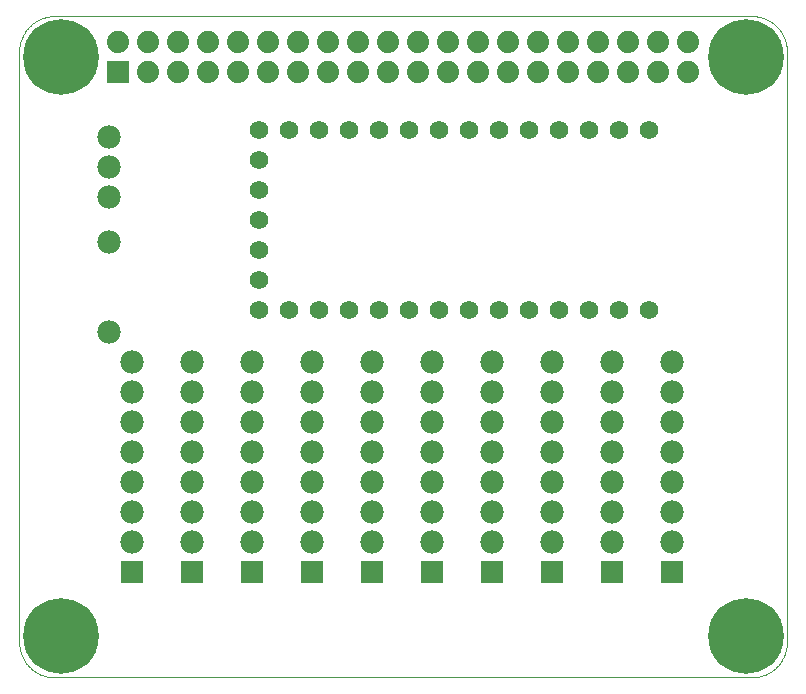
<source format=gts>
G75*
%MOIN*%
%OFA0B0*%
%FSLAX25Y25*%
%IPPOS*%
%LPD*%
%AMOC8*
5,1,8,0,0,1.08239X$1,22.5*
%
%ADD10C,0.06200*%
%ADD11R,0.07800X0.07800*%
%ADD12C,0.07800*%
%ADD13C,0.00000*%
%ADD14C,0.11227*%
%ADD15R,0.07400X0.07400*%
%ADD16C,0.07400*%
%ADD17C,0.25197*%
D10*
X0085000Y0127500D03*
X0085000Y0137500D03*
X0095000Y0127500D03*
X0105000Y0127500D03*
X0115000Y0127500D03*
X0125000Y0127500D03*
X0135000Y0127500D03*
X0145000Y0127500D03*
X0155000Y0127500D03*
X0165000Y0127500D03*
X0175000Y0127500D03*
X0185000Y0127500D03*
X0195000Y0127500D03*
X0205000Y0127500D03*
X0215000Y0127500D03*
X0215000Y0187500D03*
X0205000Y0187500D03*
X0195000Y0187500D03*
X0185000Y0187500D03*
X0175000Y0187500D03*
X0165000Y0187500D03*
X0155000Y0187500D03*
X0145000Y0187500D03*
X0135000Y0187500D03*
X0125000Y0187500D03*
X0115000Y0187500D03*
X0105000Y0187500D03*
X0095000Y0187500D03*
X0085000Y0187500D03*
X0085000Y0177500D03*
X0085000Y0167500D03*
X0085000Y0157500D03*
X0085000Y0147500D03*
D11*
X0082500Y0040000D03*
X0062500Y0040000D03*
X0042500Y0040000D03*
X0102500Y0040000D03*
X0122500Y0040000D03*
X0142500Y0040000D03*
X0162500Y0040000D03*
X0182500Y0040000D03*
X0202500Y0040000D03*
X0222500Y0040000D03*
D12*
X0222500Y0050000D03*
X0222500Y0060000D03*
X0222500Y0070000D03*
X0222500Y0080000D03*
X0222500Y0090000D03*
X0222500Y0100000D03*
X0222500Y0110000D03*
X0202500Y0110000D03*
X0202500Y0100000D03*
X0202500Y0090000D03*
X0202500Y0080000D03*
X0202500Y0070000D03*
X0202500Y0060000D03*
X0202500Y0050000D03*
X0182500Y0050000D03*
X0182500Y0060000D03*
X0182500Y0070000D03*
X0182500Y0080000D03*
X0182500Y0090000D03*
X0182500Y0100000D03*
X0182500Y0110000D03*
X0162500Y0110000D03*
X0162500Y0100000D03*
X0162500Y0090000D03*
X0162500Y0080000D03*
X0162500Y0070000D03*
X0162500Y0060000D03*
X0162500Y0050000D03*
X0142500Y0050000D03*
X0142500Y0060000D03*
X0142500Y0070000D03*
X0142500Y0080000D03*
X0142500Y0090000D03*
X0142500Y0100000D03*
X0142500Y0110000D03*
X0122500Y0110000D03*
X0122500Y0100000D03*
X0122500Y0090000D03*
X0122500Y0080000D03*
X0122500Y0070000D03*
X0122500Y0060000D03*
X0122500Y0050000D03*
X0102500Y0050000D03*
X0102500Y0060000D03*
X0102500Y0070000D03*
X0102500Y0080000D03*
X0102500Y0090000D03*
X0102500Y0100000D03*
X0102500Y0110000D03*
X0082500Y0110000D03*
X0082500Y0100000D03*
X0082500Y0090000D03*
X0082500Y0080000D03*
X0082500Y0070000D03*
X0082500Y0060000D03*
X0082500Y0050000D03*
X0062500Y0050000D03*
X0062500Y0060000D03*
X0062500Y0070000D03*
X0062500Y0080000D03*
X0062500Y0090000D03*
X0062500Y0100000D03*
X0062500Y0110000D03*
X0042500Y0110000D03*
X0042500Y0100000D03*
X0042500Y0090000D03*
X0042500Y0080000D03*
X0042500Y0070000D03*
X0042500Y0060000D03*
X0042500Y0050000D03*
X0035000Y0120000D03*
X0035000Y0150000D03*
X0035000Y0165000D03*
X0035000Y0175000D03*
X0035000Y0185000D03*
D13*
X0016811Y0005000D02*
X0249094Y0005000D01*
X0249379Y0005003D01*
X0249665Y0005014D01*
X0249950Y0005031D01*
X0250234Y0005055D01*
X0250518Y0005086D01*
X0250801Y0005124D01*
X0251082Y0005169D01*
X0251363Y0005220D01*
X0251643Y0005278D01*
X0251921Y0005343D01*
X0252197Y0005415D01*
X0252471Y0005493D01*
X0252744Y0005578D01*
X0253014Y0005670D01*
X0253282Y0005768D01*
X0253548Y0005872D01*
X0253811Y0005983D01*
X0254071Y0006100D01*
X0254329Y0006223D01*
X0254583Y0006353D01*
X0254834Y0006489D01*
X0255082Y0006630D01*
X0255326Y0006778D01*
X0255567Y0006931D01*
X0255803Y0007091D01*
X0256036Y0007256D01*
X0256265Y0007426D01*
X0256490Y0007602D01*
X0256710Y0007784D01*
X0256926Y0007970D01*
X0257137Y0008162D01*
X0257344Y0008359D01*
X0257546Y0008561D01*
X0257743Y0008768D01*
X0257935Y0008979D01*
X0258121Y0009195D01*
X0258303Y0009415D01*
X0258479Y0009640D01*
X0258649Y0009869D01*
X0258814Y0010102D01*
X0258974Y0010338D01*
X0259127Y0010579D01*
X0259275Y0010823D01*
X0259416Y0011071D01*
X0259552Y0011322D01*
X0259682Y0011576D01*
X0259805Y0011834D01*
X0259922Y0012094D01*
X0260033Y0012357D01*
X0260137Y0012623D01*
X0260235Y0012891D01*
X0260327Y0013161D01*
X0260412Y0013434D01*
X0260490Y0013708D01*
X0260562Y0013984D01*
X0260627Y0014262D01*
X0260685Y0014542D01*
X0260736Y0014823D01*
X0260781Y0015104D01*
X0260819Y0015387D01*
X0260850Y0015671D01*
X0260874Y0015955D01*
X0260891Y0016240D01*
X0260902Y0016526D01*
X0260905Y0016811D01*
X0260906Y0016811D02*
X0260906Y0213661D01*
X0260905Y0213661D02*
X0260902Y0213946D01*
X0260891Y0214232D01*
X0260874Y0214517D01*
X0260850Y0214801D01*
X0260819Y0215085D01*
X0260781Y0215368D01*
X0260736Y0215649D01*
X0260685Y0215930D01*
X0260627Y0216210D01*
X0260562Y0216488D01*
X0260490Y0216764D01*
X0260412Y0217038D01*
X0260327Y0217311D01*
X0260235Y0217581D01*
X0260137Y0217849D01*
X0260033Y0218115D01*
X0259922Y0218378D01*
X0259805Y0218638D01*
X0259682Y0218896D01*
X0259552Y0219150D01*
X0259416Y0219401D01*
X0259275Y0219649D01*
X0259127Y0219893D01*
X0258974Y0220134D01*
X0258814Y0220370D01*
X0258649Y0220603D01*
X0258479Y0220832D01*
X0258303Y0221057D01*
X0258121Y0221277D01*
X0257935Y0221493D01*
X0257743Y0221704D01*
X0257546Y0221911D01*
X0257344Y0222113D01*
X0257137Y0222310D01*
X0256926Y0222502D01*
X0256710Y0222688D01*
X0256490Y0222870D01*
X0256265Y0223046D01*
X0256036Y0223216D01*
X0255803Y0223381D01*
X0255567Y0223541D01*
X0255326Y0223694D01*
X0255082Y0223842D01*
X0254834Y0223983D01*
X0254583Y0224119D01*
X0254329Y0224249D01*
X0254071Y0224372D01*
X0253811Y0224489D01*
X0253548Y0224600D01*
X0253282Y0224704D01*
X0253014Y0224802D01*
X0252744Y0224894D01*
X0252471Y0224979D01*
X0252197Y0225057D01*
X0251921Y0225129D01*
X0251643Y0225194D01*
X0251363Y0225252D01*
X0251082Y0225303D01*
X0250801Y0225348D01*
X0250518Y0225386D01*
X0250234Y0225417D01*
X0249950Y0225441D01*
X0249665Y0225458D01*
X0249379Y0225469D01*
X0249094Y0225472D01*
X0016811Y0225472D01*
X0016526Y0225469D01*
X0016240Y0225458D01*
X0015955Y0225441D01*
X0015671Y0225417D01*
X0015387Y0225386D01*
X0015104Y0225348D01*
X0014823Y0225303D01*
X0014542Y0225252D01*
X0014262Y0225194D01*
X0013984Y0225129D01*
X0013708Y0225057D01*
X0013434Y0224979D01*
X0013161Y0224894D01*
X0012891Y0224802D01*
X0012623Y0224704D01*
X0012357Y0224600D01*
X0012094Y0224489D01*
X0011834Y0224372D01*
X0011576Y0224249D01*
X0011322Y0224119D01*
X0011071Y0223983D01*
X0010823Y0223842D01*
X0010579Y0223694D01*
X0010338Y0223541D01*
X0010102Y0223381D01*
X0009869Y0223216D01*
X0009640Y0223046D01*
X0009415Y0222870D01*
X0009195Y0222688D01*
X0008979Y0222502D01*
X0008768Y0222310D01*
X0008561Y0222113D01*
X0008359Y0221911D01*
X0008162Y0221704D01*
X0007970Y0221493D01*
X0007784Y0221277D01*
X0007602Y0221057D01*
X0007426Y0220832D01*
X0007256Y0220603D01*
X0007091Y0220370D01*
X0006931Y0220134D01*
X0006778Y0219893D01*
X0006630Y0219649D01*
X0006489Y0219401D01*
X0006353Y0219150D01*
X0006223Y0218896D01*
X0006100Y0218638D01*
X0005983Y0218378D01*
X0005872Y0218115D01*
X0005768Y0217849D01*
X0005670Y0217581D01*
X0005578Y0217311D01*
X0005493Y0217038D01*
X0005415Y0216764D01*
X0005343Y0216488D01*
X0005278Y0216210D01*
X0005220Y0215930D01*
X0005169Y0215649D01*
X0005124Y0215368D01*
X0005086Y0215085D01*
X0005055Y0214801D01*
X0005031Y0214517D01*
X0005014Y0214232D01*
X0005003Y0213946D01*
X0005000Y0213661D01*
X0005000Y0016811D01*
X0005003Y0016526D01*
X0005014Y0016240D01*
X0005031Y0015955D01*
X0005055Y0015671D01*
X0005086Y0015387D01*
X0005124Y0015104D01*
X0005169Y0014823D01*
X0005220Y0014542D01*
X0005278Y0014262D01*
X0005343Y0013984D01*
X0005415Y0013708D01*
X0005493Y0013434D01*
X0005578Y0013161D01*
X0005670Y0012891D01*
X0005768Y0012623D01*
X0005872Y0012357D01*
X0005983Y0012094D01*
X0006100Y0011834D01*
X0006223Y0011576D01*
X0006353Y0011322D01*
X0006489Y0011071D01*
X0006630Y0010823D01*
X0006778Y0010579D01*
X0006931Y0010338D01*
X0007091Y0010102D01*
X0007256Y0009869D01*
X0007426Y0009640D01*
X0007602Y0009415D01*
X0007784Y0009195D01*
X0007970Y0008979D01*
X0008162Y0008768D01*
X0008359Y0008561D01*
X0008561Y0008359D01*
X0008768Y0008162D01*
X0008979Y0007970D01*
X0009195Y0007784D01*
X0009415Y0007602D01*
X0009640Y0007426D01*
X0009869Y0007256D01*
X0010102Y0007091D01*
X0010338Y0006931D01*
X0010579Y0006778D01*
X0010823Y0006630D01*
X0011071Y0006489D01*
X0011322Y0006353D01*
X0011576Y0006223D01*
X0011834Y0006100D01*
X0012094Y0005983D01*
X0012357Y0005872D01*
X0012623Y0005768D01*
X0012891Y0005670D01*
X0013161Y0005578D01*
X0013434Y0005493D01*
X0013708Y0005415D01*
X0013984Y0005343D01*
X0014262Y0005278D01*
X0014542Y0005220D01*
X0014823Y0005169D01*
X0015104Y0005124D01*
X0015387Y0005086D01*
X0015671Y0005055D01*
X0015955Y0005031D01*
X0016240Y0005014D01*
X0016526Y0005003D01*
X0016811Y0005000D01*
X0013367Y0018780D02*
X0013369Y0018927D01*
X0013375Y0019073D01*
X0013385Y0019219D01*
X0013399Y0019365D01*
X0013417Y0019511D01*
X0013438Y0019656D01*
X0013464Y0019800D01*
X0013494Y0019944D01*
X0013527Y0020086D01*
X0013564Y0020228D01*
X0013605Y0020369D01*
X0013650Y0020508D01*
X0013699Y0020647D01*
X0013751Y0020784D01*
X0013808Y0020919D01*
X0013867Y0021053D01*
X0013931Y0021185D01*
X0013998Y0021315D01*
X0014068Y0021444D01*
X0014142Y0021571D01*
X0014219Y0021695D01*
X0014300Y0021818D01*
X0014384Y0021938D01*
X0014471Y0022056D01*
X0014561Y0022171D01*
X0014654Y0022284D01*
X0014751Y0022395D01*
X0014850Y0022503D01*
X0014952Y0022608D01*
X0015057Y0022710D01*
X0015165Y0022809D01*
X0015276Y0022906D01*
X0015389Y0022999D01*
X0015504Y0023089D01*
X0015622Y0023176D01*
X0015742Y0023260D01*
X0015865Y0023341D01*
X0015989Y0023418D01*
X0016116Y0023492D01*
X0016245Y0023562D01*
X0016375Y0023629D01*
X0016507Y0023693D01*
X0016641Y0023752D01*
X0016776Y0023809D01*
X0016913Y0023861D01*
X0017052Y0023910D01*
X0017191Y0023955D01*
X0017332Y0023996D01*
X0017474Y0024033D01*
X0017616Y0024066D01*
X0017760Y0024096D01*
X0017904Y0024122D01*
X0018049Y0024143D01*
X0018195Y0024161D01*
X0018341Y0024175D01*
X0018487Y0024185D01*
X0018633Y0024191D01*
X0018780Y0024193D01*
X0018927Y0024191D01*
X0019073Y0024185D01*
X0019219Y0024175D01*
X0019365Y0024161D01*
X0019511Y0024143D01*
X0019656Y0024122D01*
X0019800Y0024096D01*
X0019944Y0024066D01*
X0020086Y0024033D01*
X0020228Y0023996D01*
X0020369Y0023955D01*
X0020508Y0023910D01*
X0020647Y0023861D01*
X0020784Y0023809D01*
X0020919Y0023752D01*
X0021053Y0023693D01*
X0021185Y0023629D01*
X0021315Y0023562D01*
X0021444Y0023492D01*
X0021571Y0023418D01*
X0021695Y0023341D01*
X0021818Y0023260D01*
X0021938Y0023176D01*
X0022056Y0023089D01*
X0022171Y0022999D01*
X0022284Y0022906D01*
X0022395Y0022809D01*
X0022503Y0022710D01*
X0022608Y0022608D01*
X0022710Y0022503D01*
X0022809Y0022395D01*
X0022906Y0022284D01*
X0022999Y0022171D01*
X0023089Y0022056D01*
X0023176Y0021938D01*
X0023260Y0021818D01*
X0023341Y0021695D01*
X0023418Y0021571D01*
X0023492Y0021444D01*
X0023562Y0021315D01*
X0023629Y0021185D01*
X0023693Y0021053D01*
X0023752Y0020919D01*
X0023809Y0020784D01*
X0023861Y0020647D01*
X0023910Y0020508D01*
X0023955Y0020369D01*
X0023996Y0020228D01*
X0024033Y0020086D01*
X0024066Y0019944D01*
X0024096Y0019800D01*
X0024122Y0019656D01*
X0024143Y0019511D01*
X0024161Y0019365D01*
X0024175Y0019219D01*
X0024185Y0019073D01*
X0024191Y0018927D01*
X0024193Y0018780D01*
X0024191Y0018633D01*
X0024185Y0018487D01*
X0024175Y0018341D01*
X0024161Y0018195D01*
X0024143Y0018049D01*
X0024122Y0017904D01*
X0024096Y0017760D01*
X0024066Y0017616D01*
X0024033Y0017474D01*
X0023996Y0017332D01*
X0023955Y0017191D01*
X0023910Y0017052D01*
X0023861Y0016913D01*
X0023809Y0016776D01*
X0023752Y0016641D01*
X0023693Y0016507D01*
X0023629Y0016375D01*
X0023562Y0016245D01*
X0023492Y0016116D01*
X0023418Y0015989D01*
X0023341Y0015865D01*
X0023260Y0015742D01*
X0023176Y0015622D01*
X0023089Y0015504D01*
X0022999Y0015389D01*
X0022906Y0015276D01*
X0022809Y0015165D01*
X0022710Y0015057D01*
X0022608Y0014952D01*
X0022503Y0014850D01*
X0022395Y0014751D01*
X0022284Y0014654D01*
X0022171Y0014561D01*
X0022056Y0014471D01*
X0021938Y0014384D01*
X0021818Y0014300D01*
X0021695Y0014219D01*
X0021571Y0014142D01*
X0021444Y0014068D01*
X0021315Y0013998D01*
X0021185Y0013931D01*
X0021053Y0013867D01*
X0020919Y0013808D01*
X0020784Y0013751D01*
X0020647Y0013699D01*
X0020508Y0013650D01*
X0020369Y0013605D01*
X0020228Y0013564D01*
X0020086Y0013527D01*
X0019944Y0013494D01*
X0019800Y0013464D01*
X0019656Y0013438D01*
X0019511Y0013417D01*
X0019365Y0013399D01*
X0019219Y0013385D01*
X0019073Y0013375D01*
X0018927Y0013369D01*
X0018780Y0013367D01*
X0018633Y0013369D01*
X0018487Y0013375D01*
X0018341Y0013385D01*
X0018195Y0013399D01*
X0018049Y0013417D01*
X0017904Y0013438D01*
X0017760Y0013464D01*
X0017616Y0013494D01*
X0017474Y0013527D01*
X0017332Y0013564D01*
X0017191Y0013605D01*
X0017052Y0013650D01*
X0016913Y0013699D01*
X0016776Y0013751D01*
X0016641Y0013808D01*
X0016507Y0013867D01*
X0016375Y0013931D01*
X0016245Y0013998D01*
X0016116Y0014068D01*
X0015989Y0014142D01*
X0015865Y0014219D01*
X0015742Y0014300D01*
X0015622Y0014384D01*
X0015504Y0014471D01*
X0015389Y0014561D01*
X0015276Y0014654D01*
X0015165Y0014751D01*
X0015057Y0014850D01*
X0014952Y0014952D01*
X0014850Y0015057D01*
X0014751Y0015165D01*
X0014654Y0015276D01*
X0014561Y0015389D01*
X0014471Y0015504D01*
X0014384Y0015622D01*
X0014300Y0015742D01*
X0014219Y0015865D01*
X0014142Y0015989D01*
X0014068Y0016116D01*
X0013998Y0016245D01*
X0013931Y0016375D01*
X0013867Y0016507D01*
X0013808Y0016641D01*
X0013751Y0016776D01*
X0013699Y0016913D01*
X0013650Y0017052D01*
X0013605Y0017191D01*
X0013564Y0017332D01*
X0013527Y0017474D01*
X0013494Y0017616D01*
X0013464Y0017760D01*
X0013438Y0017904D01*
X0013417Y0018049D01*
X0013399Y0018195D01*
X0013385Y0018341D01*
X0013375Y0018487D01*
X0013369Y0018633D01*
X0013367Y0018780D01*
X0013367Y0211693D02*
X0013369Y0211840D01*
X0013375Y0211986D01*
X0013385Y0212132D01*
X0013399Y0212278D01*
X0013417Y0212424D01*
X0013438Y0212569D01*
X0013464Y0212713D01*
X0013494Y0212857D01*
X0013527Y0212999D01*
X0013564Y0213141D01*
X0013605Y0213282D01*
X0013650Y0213421D01*
X0013699Y0213560D01*
X0013751Y0213697D01*
X0013808Y0213832D01*
X0013867Y0213966D01*
X0013931Y0214098D01*
X0013998Y0214228D01*
X0014068Y0214357D01*
X0014142Y0214484D01*
X0014219Y0214608D01*
X0014300Y0214731D01*
X0014384Y0214851D01*
X0014471Y0214969D01*
X0014561Y0215084D01*
X0014654Y0215197D01*
X0014751Y0215308D01*
X0014850Y0215416D01*
X0014952Y0215521D01*
X0015057Y0215623D01*
X0015165Y0215722D01*
X0015276Y0215819D01*
X0015389Y0215912D01*
X0015504Y0216002D01*
X0015622Y0216089D01*
X0015742Y0216173D01*
X0015865Y0216254D01*
X0015989Y0216331D01*
X0016116Y0216405D01*
X0016245Y0216475D01*
X0016375Y0216542D01*
X0016507Y0216606D01*
X0016641Y0216665D01*
X0016776Y0216722D01*
X0016913Y0216774D01*
X0017052Y0216823D01*
X0017191Y0216868D01*
X0017332Y0216909D01*
X0017474Y0216946D01*
X0017616Y0216979D01*
X0017760Y0217009D01*
X0017904Y0217035D01*
X0018049Y0217056D01*
X0018195Y0217074D01*
X0018341Y0217088D01*
X0018487Y0217098D01*
X0018633Y0217104D01*
X0018780Y0217106D01*
X0018927Y0217104D01*
X0019073Y0217098D01*
X0019219Y0217088D01*
X0019365Y0217074D01*
X0019511Y0217056D01*
X0019656Y0217035D01*
X0019800Y0217009D01*
X0019944Y0216979D01*
X0020086Y0216946D01*
X0020228Y0216909D01*
X0020369Y0216868D01*
X0020508Y0216823D01*
X0020647Y0216774D01*
X0020784Y0216722D01*
X0020919Y0216665D01*
X0021053Y0216606D01*
X0021185Y0216542D01*
X0021315Y0216475D01*
X0021444Y0216405D01*
X0021571Y0216331D01*
X0021695Y0216254D01*
X0021818Y0216173D01*
X0021938Y0216089D01*
X0022056Y0216002D01*
X0022171Y0215912D01*
X0022284Y0215819D01*
X0022395Y0215722D01*
X0022503Y0215623D01*
X0022608Y0215521D01*
X0022710Y0215416D01*
X0022809Y0215308D01*
X0022906Y0215197D01*
X0022999Y0215084D01*
X0023089Y0214969D01*
X0023176Y0214851D01*
X0023260Y0214731D01*
X0023341Y0214608D01*
X0023418Y0214484D01*
X0023492Y0214357D01*
X0023562Y0214228D01*
X0023629Y0214098D01*
X0023693Y0213966D01*
X0023752Y0213832D01*
X0023809Y0213697D01*
X0023861Y0213560D01*
X0023910Y0213421D01*
X0023955Y0213282D01*
X0023996Y0213141D01*
X0024033Y0212999D01*
X0024066Y0212857D01*
X0024096Y0212713D01*
X0024122Y0212569D01*
X0024143Y0212424D01*
X0024161Y0212278D01*
X0024175Y0212132D01*
X0024185Y0211986D01*
X0024191Y0211840D01*
X0024193Y0211693D01*
X0024191Y0211546D01*
X0024185Y0211400D01*
X0024175Y0211254D01*
X0024161Y0211108D01*
X0024143Y0210962D01*
X0024122Y0210817D01*
X0024096Y0210673D01*
X0024066Y0210529D01*
X0024033Y0210387D01*
X0023996Y0210245D01*
X0023955Y0210104D01*
X0023910Y0209965D01*
X0023861Y0209826D01*
X0023809Y0209689D01*
X0023752Y0209554D01*
X0023693Y0209420D01*
X0023629Y0209288D01*
X0023562Y0209158D01*
X0023492Y0209029D01*
X0023418Y0208902D01*
X0023341Y0208778D01*
X0023260Y0208655D01*
X0023176Y0208535D01*
X0023089Y0208417D01*
X0022999Y0208302D01*
X0022906Y0208189D01*
X0022809Y0208078D01*
X0022710Y0207970D01*
X0022608Y0207865D01*
X0022503Y0207763D01*
X0022395Y0207664D01*
X0022284Y0207567D01*
X0022171Y0207474D01*
X0022056Y0207384D01*
X0021938Y0207297D01*
X0021818Y0207213D01*
X0021695Y0207132D01*
X0021571Y0207055D01*
X0021444Y0206981D01*
X0021315Y0206911D01*
X0021185Y0206844D01*
X0021053Y0206780D01*
X0020919Y0206721D01*
X0020784Y0206664D01*
X0020647Y0206612D01*
X0020508Y0206563D01*
X0020369Y0206518D01*
X0020228Y0206477D01*
X0020086Y0206440D01*
X0019944Y0206407D01*
X0019800Y0206377D01*
X0019656Y0206351D01*
X0019511Y0206330D01*
X0019365Y0206312D01*
X0019219Y0206298D01*
X0019073Y0206288D01*
X0018927Y0206282D01*
X0018780Y0206280D01*
X0018633Y0206282D01*
X0018487Y0206288D01*
X0018341Y0206298D01*
X0018195Y0206312D01*
X0018049Y0206330D01*
X0017904Y0206351D01*
X0017760Y0206377D01*
X0017616Y0206407D01*
X0017474Y0206440D01*
X0017332Y0206477D01*
X0017191Y0206518D01*
X0017052Y0206563D01*
X0016913Y0206612D01*
X0016776Y0206664D01*
X0016641Y0206721D01*
X0016507Y0206780D01*
X0016375Y0206844D01*
X0016245Y0206911D01*
X0016116Y0206981D01*
X0015989Y0207055D01*
X0015865Y0207132D01*
X0015742Y0207213D01*
X0015622Y0207297D01*
X0015504Y0207384D01*
X0015389Y0207474D01*
X0015276Y0207567D01*
X0015165Y0207664D01*
X0015057Y0207763D01*
X0014952Y0207865D01*
X0014850Y0207970D01*
X0014751Y0208078D01*
X0014654Y0208189D01*
X0014561Y0208302D01*
X0014471Y0208417D01*
X0014384Y0208535D01*
X0014300Y0208655D01*
X0014219Y0208778D01*
X0014142Y0208902D01*
X0014068Y0209029D01*
X0013998Y0209158D01*
X0013931Y0209288D01*
X0013867Y0209420D01*
X0013808Y0209554D01*
X0013751Y0209689D01*
X0013699Y0209826D01*
X0013650Y0209965D01*
X0013605Y0210104D01*
X0013564Y0210245D01*
X0013527Y0210387D01*
X0013494Y0210529D01*
X0013464Y0210673D01*
X0013438Y0210817D01*
X0013417Y0210962D01*
X0013399Y0211108D01*
X0013385Y0211254D01*
X0013375Y0211400D01*
X0013369Y0211546D01*
X0013367Y0211693D01*
X0241713Y0211693D02*
X0241715Y0211840D01*
X0241721Y0211986D01*
X0241731Y0212132D01*
X0241745Y0212278D01*
X0241763Y0212424D01*
X0241784Y0212569D01*
X0241810Y0212713D01*
X0241840Y0212857D01*
X0241873Y0212999D01*
X0241910Y0213141D01*
X0241951Y0213282D01*
X0241996Y0213421D01*
X0242045Y0213560D01*
X0242097Y0213697D01*
X0242154Y0213832D01*
X0242213Y0213966D01*
X0242277Y0214098D01*
X0242344Y0214228D01*
X0242414Y0214357D01*
X0242488Y0214484D01*
X0242565Y0214608D01*
X0242646Y0214731D01*
X0242730Y0214851D01*
X0242817Y0214969D01*
X0242907Y0215084D01*
X0243000Y0215197D01*
X0243097Y0215308D01*
X0243196Y0215416D01*
X0243298Y0215521D01*
X0243403Y0215623D01*
X0243511Y0215722D01*
X0243622Y0215819D01*
X0243735Y0215912D01*
X0243850Y0216002D01*
X0243968Y0216089D01*
X0244088Y0216173D01*
X0244211Y0216254D01*
X0244335Y0216331D01*
X0244462Y0216405D01*
X0244591Y0216475D01*
X0244721Y0216542D01*
X0244853Y0216606D01*
X0244987Y0216665D01*
X0245122Y0216722D01*
X0245259Y0216774D01*
X0245398Y0216823D01*
X0245537Y0216868D01*
X0245678Y0216909D01*
X0245820Y0216946D01*
X0245962Y0216979D01*
X0246106Y0217009D01*
X0246250Y0217035D01*
X0246395Y0217056D01*
X0246541Y0217074D01*
X0246687Y0217088D01*
X0246833Y0217098D01*
X0246979Y0217104D01*
X0247126Y0217106D01*
X0247273Y0217104D01*
X0247419Y0217098D01*
X0247565Y0217088D01*
X0247711Y0217074D01*
X0247857Y0217056D01*
X0248002Y0217035D01*
X0248146Y0217009D01*
X0248290Y0216979D01*
X0248432Y0216946D01*
X0248574Y0216909D01*
X0248715Y0216868D01*
X0248854Y0216823D01*
X0248993Y0216774D01*
X0249130Y0216722D01*
X0249265Y0216665D01*
X0249399Y0216606D01*
X0249531Y0216542D01*
X0249661Y0216475D01*
X0249790Y0216405D01*
X0249917Y0216331D01*
X0250041Y0216254D01*
X0250164Y0216173D01*
X0250284Y0216089D01*
X0250402Y0216002D01*
X0250517Y0215912D01*
X0250630Y0215819D01*
X0250741Y0215722D01*
X0250849Y0215623D01*
X0250954Y0215521D01*
X0251056Y0215416D01*
X0251155Y0215308D01*
X0251252Y0215197D01*
X0251345Y0215084D01*
X0251435Y0214969D01*
X0251522Y0214851D01*
X0251606Y0214731D01*
X0251687Y0214608D01*
X0251764Y0214484D01*
X0251838Y0214357D01*
X0251908Y0214228D01*
X0251975Y0214098D01*
X0252039Y0213966D01*
X0252098Y0213832D01*
X0252155Y0213697D01*
X0252207Y0213560D01*
X0252256Y0213421D01*
X0252301Y0213282D01*
X0252342Y0213141D01*
X0252379Y0212999D01*
X0252412Y0212857D01*
X0252442Y0212713D01*
X0252468Y0212569D01*
X0252489Y0212424D01*
X0252507Y0212278D01*
X0252521Y0212132D01*
X0252531Y0211986D01*
X0252537Y0211840D01*
X0252539Y0211693D01*
X0252537Y0211546D01*
X0252531Y0211400D01*
X0252521Y0211254D01*
X0252507Y0211108D01*
X0252489Y0210962D01*
X0252468Y0210817D01*
X0252442Y0210673D01*
X0252412Y0210529D01*
X0252379Y0210387D01*
X0252342Y0210245D01*
X0252301Y0210104D01*
X0252256Y0209965D01*
X0252207Y0209826D01*
X0252155Y0209689D01*
X0252098Y0209554D01*
X0252039Y0209420D01*
X0251975Y0209288D01*
X0251908Y0209158D01*
X0251838Y0209029D01*
X0251764Y0208902D01*
X0251687Y0208778D01*
X0251606Y0208655D01*
X0251522Y0208535D01*
X0251435Y0208417D01*
X0251345Y0208302D01*
X0251252Y0208189D01*
X0251155Y0208078D01*
X0251056Y0207970D01*
X0250954Y0207865D01*
X0250849Y0207763D01*
X0250741Y0207664D01*
X0250630Y0207567D01*
X0250517Y0207474D01*
X0250402Y0207384D01*
X0250284Y0207297D01*
X0250164Y0207213D01*
X0250041Y0207132D01*
X0249917Y0207055D01*
X0249790Y0206981D01*
X0249661Y0206911D01*
X0249531Y0206844D01*
X0249399Y0206780D01*
X0249265Y0206721D01*
X0249130Y0206664D01*
X0248993Y0206612D01*
X0248854Y0206563D01*
X0248715Y0206518D01*
X0248574Y0206477D01*
X0248432Y0206440D01*
X0248290Y0206407D01*
X0248146Y0206377D01*
X0248002Y0206351D01*
X0247857Y0206330D01*
X0247711Y0206312D01*
X0247565Y0206298D01*
X0247419Y0206288D01*
X0247273Y0206282D01*
X0247126Y0206280D01*
X0246979Y0206282D01*
X0246833Y0206288D01*
X0246687Y0206298D01*
X0246541Y0206312D01*
X0246395Y0206330D01*
X0246250Y0206351D01*
X0246106Y0206377D01*
X0245962Y0206407D01*
X0245820Y0206440D01*
X0245678Y0206477D01*
X0245537Y0206518D01*
X0245398Y0206563D01*
X0245259Y0206612D01*
X0245122Y0206664D01*
X0244987Y0206721D01*
X0244853Y0206780D01*
X0244721Y0206844D01*
X0244591Y0206911D01*
X0244462Y0206981D01*
X0244335Y0207055D01*
X0244211Y0207132D01*
X0244088Y0207213D01*
X0243968Y0207297D01*
X0243850Y0207384D01*
X0243735Y0207474D01*
X0243622Y0207567D01*
X0243511Y0207664D01*
X0243403Y0207763D01*
X0243298Y0207865D01*
X0243196Y0207970D01*
X0243097Y0208078D01*
X0243000Y0208189D01*
X0242907Y0208302D01*
X0242817Y0208417D01*
X0242730Y0208535D01*
X0242646Y0208655D01*
X0242565Y0208778D01*
X0242488Y0208902D01*
X0242414Y0209029D01*
X0242344Y0209158D01*
X0242277Y0209288D01*
X0242213Y0209420D01*
X0242154Y0209554D01*
X0242097Y0209689D01*
X0242045Y0209826D01*
X0241996Y0209965D01*
X0241951Y0210104D01*
X0241910Y0210245D01*
X0241873Y0210387D01*
X0241840Y0210529D01*
X0241810Y0210673D01*
X0241784Y0210817D01*
X0241763Y0210962D01*
X0241745Y0211108D01*
X0241731Y0211254D01*
X0241721Y0211400D01*
X0241715Y0211546D01*
X0241713Y0211693D01*
X0241713Y0018780D02*
X0241715Y0018927D01*
X0241721Y0019073D01*
X0241731Y0019219D01*
X0241745Y0019365D01*
X0241763Y0019511D01*
X0241784Y0019656D01*
X0241810Y0019800D01*
X0241840Y0019944D01*
X0241873Y0020086D01*
X0241910Y0020228D01*
X0241951Y0020369D01*
X0241996Y0020508D01*
X0242045Y0020647D01*
X0242097Y0020784D01*
X0242154Y0020919D01*
X0242213Y0021053D01*
X0242277Y0021185D01*
X0242344Y0021315D01*
X0242414Y0021444D01*
X0242488Y0021571D01*
X0242565Y0021695D01*
X0242646Y0021818D01*
X0242730Y0021938D01*
X0242817Y0022056D01*
X0242907Y0022171D01*
X0243000Y0022284D01*
X0243097Y0022395D01*
X0243196Y0022503D01*
X0243298Y0022608D01*
X0243403Y0022710D01*
X0243511Y0022809D01*
X0243622Y0022906D01*
X0243735Y0022999D01*
X0243850Y0023089D01*
X0243968Y0023176D01*
X0244088Y0023260D01*
X0244211Y0023341D01*
X0244335Y0023418D01*
X0244462Y0023492D01*
X0244591Y0023562D01*
X0244721Y0023629D01*
X0244853Y0023693D01*
X0244987Y0023752D01*
X0245122Y0023809D01*
X0245259Y0023861D01*
X0245398Y0023910D01*
X0245537Y0023955D01*
X0245678Y0023996D01*
X0245820Y0024033D01*
X0245962Y0024066D01*
X0246106Y0024096D01*
X0246250Y0024122D01*
X0246395Y0024143D01*
X0246541Y0024161D01*
X0246687Y0024175D01*
X0246833Y0024185D01*
X0246979Y0024191D01*
X0247126Y0024193D01*
X0247273Y0024191D01*
X0247419Y0024185D01*
X0247565Y0024175D01*
X0247711Y0024161D01*
X0247857Y0024143D01*
X0248002Y0024122D01*
X0248146Y0024096D01*
X0248290Y0024066D01*
X0248432Y0024033D01*
X0248574Y0023996D01*
X0248715Y0023955D01*
X0248854Y0023910D01*
X0248993Y0023861D01*
X0249130Y0023809D01*
X0249265Y0023752D01*
X0249399Y0023693D01*
X0249531Y0023629D01*
X0249661Y0023562D01*
X0249790Y0023492D01*
X0249917Y0023418D01*
X0250041Y0023341D01*
X0250164Y0023260D01*
X0250284Y0023176D01*
X0250402Y0023089D01*
X0250517Y0022999D01*
X0250630Y0022906D01*
X0250741Y0022809D01*
X0250849Y0022710D01*
X0250954Y0022608D01*
X0251056Y0022503D01*
X0251155Y0022395D01*
X0251252Y0022284D01*
X0251345Y0022171D01*
X0251435Y0022056D01*
X0251522Y0021938D01*
X0251606Y0021818D01*
X0251687Y0021695D01*
X0251764Y0021571D01*
X0251838Y0021444D01*
X0251908Y0021315D01*
X0251975Y0021185D01*
X0252039Y0021053D01*
X0252098Y0020919D01*
X0252155Y0020784D01*
X0252207Y0020647D01*
X0252256Y0020508D01*
X0252301Y0020369D01*
X0252342Y0020228D01*
X0252379Y0020086D01*
X0252412Y0019944D01*
X0252442Y0019800D01*
X0252468Y0019656D01*
X0252489Y0019511D01*
X0252507Y0019365D01*
X0252521Y0019219D01*
X0252531Y0019073D01*
X0252537Y0018927D01*
X0252539Y0018780D01*
X0252537Y0018633D01*
X0252531Y0018487D01*
X0252521Y0018341D01*
X0252507Y0018195D01*
X0252489Y0018049D01*
X0252468Y0017904D01*
X0252442Y0017760D01*
X0252412Y0017616D01*
X0252379Y0017474D01*
X0252342Y0017332D01*
X0252301Y0017191D01*
X0252256Y0017052D01*
X0252207Y0016913D01*
X0252155Y0016776D01*
X0252098Y0016641D01*
X0252039Y0016507D01*
X0251975Y0016375D01*
X0251908Y0016245D01*
X0251838Y0016116D01*
X0251764Y0015989D01*
X0251687Y0015865D01*
X0251606Y0015742D01*
X0251522Y0015622D01*
X0251435Y0015504D01*
X0251345Y0015389D01*
X0251252Y0015276D01*
X0251155Y0015165D01*
X0251056Y0015057D01*
X0250954Y0014952D01*
X0250849Y0014850D01*
X0250741Y0014751D01*
X0250630Y0014654D01*
X0250517Y0014561D01*
X0250402Y0014471D01*
X0250284Y0014384D01*
X0250164Y0014300D01*
X0250041Y0014219D01*
X0249917Y0014142D01*
X0249790Y0014068D01*
X0249661Y0013998D01*
X0249531Y0013931D01*
X0249399Y0013867D01*
X0249265Y0013808D01*
X0249130Y0013751D01*
X0248993Y0013699D01*
X0248854Y0013650D01*
X0248715Y0013605D01*
X0248574Y0013564D01*
X0248432Y0013527D01*
X0248290Y0013494D01*
X0248146Y0013464D01*
X0248002Y0013438D01*
X0247857Y0013417D01*
X0247711Y0013399D01*
X0247565Y0013385D01*
X0247419Y0013375D01*
X0247273Y0013369D01*
X0247126Y0013367D01*
X0246979Y0013369D01*
X0246833Y0013375D01*
X0246687Y0013385D01*
X0246541Y0013399D01*
X0246395Y0013417D01*
X0246250Y0013438D01*
X0246106Y0013464D01*
X0245962Y0013494D01*
X0245820Y0013527D01*
X0245678Y0013564D01*
X0245537Y0013605D01*
X0245398Y0013650D01*
X0245259Y0013699D01*
X0245122Y0013751D01*
X0244987Y0013808D01*
X0244853Y0013867D01*
X0244721Y0013931D01*
X0244591Y0013998D01*
X0244462Y0014068D01*
X0244335Y0014142D01*
X0244211Y0014219D01*
X0244088Y0014300D01*
X0243968Y0014384D01*
X0243850Y0014471D01*
X0243735Y0014561D01*
X0243622Y0014654D01*
X0243511Y0014751D01*
X0243403Y0014850D01*
X0243298Y0014952D01*
X0243196Y0015057D01*
X0243097Y0015165D01*
X0243000Y0015276D01*
X0242907Y0015389D01*
X0242817Y0015504D01*
X0242730Y0015622D01*
X0242646Y0015742D01*
X0242565Y0015865D01*
X0242488Y0015989D01*
X0242414Y0016116D01*
X0242344Y0016245D01*
X0242277Y0016375D01*
X0242213Y0016507D01*
X0242154Y0016641D01*
X0242097Y0016776D01*
X0242045Y0016913D01*
X0241996Y0017052D01*
X0241951Y0017191D01*
X0241910Y0017332D01*
X0241873Y0017474D01*
X0241840Y0017616D01*
X0241810Y0017760D01*
X0241784Y0017904D01*
X0241763Y0018049D01*
X0241745Y0018195D01*
X0241731Y0018341D01*
X0241721Y0018487D01*
X0241715Y0018633D01*
X0241713Y0018780D01*
D14*
X0247126Y0018780D03*
X0247126Y0211693D03*
X0018780Y0211693D03*
X0018780Y0018780D03*
D15*
X0037953Y0206693D03*
D16*
X0047953Y0206693D03*
X0057953Y0206693D03*
X0067953Y0206693D03*
X0077953Y0206693D03*
X0087953Y0206693D03*
X0097953Y0206693D03*
X0107953Y0206693D03*
X0117953Y0206693D03*
X0127953Y0206693D03*
X0137953Y0206693D03*
X0147953Y0206693D03*
X0157953Y0206693D03*
X0167953Y0206693D03*
X0177953Y0206693D03*
X0187953Y0206693D03*
X0197953Y0206693D03*
X0207953Y0206693D03*
X0217953Y0206693D03*
X0227953Y0206693D03*
X0227953Y0216693D03*
X0217953Y0216693D03*
X0207953Y0216693D03*
X0197953Y0216693D03*
X0187953Y0216693D03*
X0177953Y0216693D03*
X0167953Y0216693D03*
X0157953Y0216693D03*
X0147953Y0216693D03*
X0137953Y0216693D03*
X0127953Y0216693D03*
X0117953Y0216693D03*
X0107953Y0216693D03*
X0097953Y0216693D03*
X0087953Y0216693D03*
X0077953Y0216693D03*
X0067953Y0216693D03*
X0057953Y0216693D03*
X0047953Y0216693D03*
X0037953Y0216693D03*
D17*
X0018780Y0211693D03*
X0018780Y0018780D03*
X0247126Y0018780D03*
X0247126Y0211693D03*
M02*

</source>
